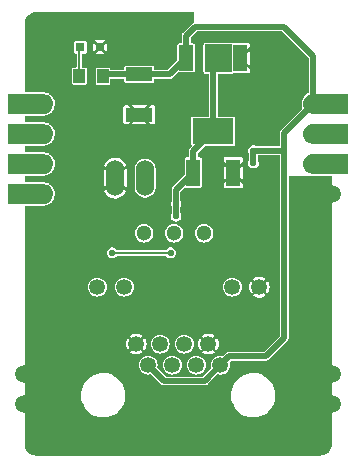
<source format=gbr>
%TF.GenerationSoftware,KiCad,Pcbnew,7.0.1*%
%TF.CreationDate,2023-03-30T17:35:48+09:00*%
%TF.ProjectId,CANFD_module,43414e46-445f-46d6-9f64-756c652e6b69,rev?*%
%TF.SameCoordinates,Original*%
%TF.FileFunction,Copper,L1,Top*%
%TF.FilePolarity,Positive*%
%FSLAX46Y46*%
G04 Gerber Fmt 4.6, Leading zero omitted, Abs format (unit mm)*
G04 Created by KiCad (PCBNEW 7.0.1) date 2023-03-30 17:35:48*
%MOMM*%
%LPD*%
G01*
G04 APERTURE LIST*
%TA.AperFunction,ComponentPad*%
%ADD10C,1.500000*%
%TD*%
%TA.AperFunction,SMDPad,CuDef*%
%ADD11R,1.200000X2.300000*%
%TD*%
%TA.AperFunction,SMDPad,CuDef*%
%ADD12R,1.200000X2.200000*%
%TD*%
%TA.AperFunction,SMDPad,CuDef*%
%ADD13R,3.500000X2.200000*%
%TD*%
%TA.AperFunction,SMDPad,CuDef*%
%ADD14R,1.000000X1.200000*%
%TD*%
%TA.AperFunction,ComponentPad*%
%ADD15C,1.300000*%
%TD*%
%TA.AperFunction,ComponentPad*%
%ADD16C,1.350000*%
%TD*%
%TA.AperFunction,SMDPad,CuDef*%
%ADD17R,0.800000X0.800000*%
%TD*%
%TA.AperFunction,SMDPad,CuDef*%
%ADD18R,2.300000X1.200000*%
%TD*%
%TA.AperFunction,ComponentPad*%
%ADD19O,1.524000X3.048000*%
%TD*%
%TA.AperFunction,ViaPad*%
%ADD20C,0.502400*%
%TD*%
%TA.AperFunction,ViaPad*%
%ADD21C,0.552400*%
%TD*%
%TA.AperFunction,Conductor*%
%ADD22C,0.500000*%
%TD*%
%TA.AperFunction,Conductor*%
%ADD23C,0.200000*%
%TD*%
G04 APERTURE END LIST*
%TA.AperFunction,EtchedComponent*%
%TO.C,JP2*%
G36*
X162874600Y-94857100D02*
G01*
X159923945Y-94857100D01*
X159559344Y-94773882D01*
X159392466Y-94669025D01*
X159255675Y-94532234D01*
X159152751Y-94368433D01*
X159088858Y-94185837D01*
X159066791Y-93989989D01*
X159150818Y-93621844D01*
X159255675Y-93454966D01*
X159392466Y-93318175D01*
X159556267Y-93215251D01*
X159738863Y-93151358D01*
X159927534Y-93130100D01*
X162874600Y-93130100D01*
X162874600Y-94857100D01*
G37*
%TD.AperFunction*%
%TA.AperFunction,EtchedComponent*%
G36*
X162874600Y-97397100D02*
G01*
X159923945Y-97397100D01*
X159559344Y-97313882D01*
X159392466Y-97209025D01*
X159255675Y-97072234D01*
X159152751Y-96908433D01*
X159088858Y-96725837D01*
X159066791Y-96529989D01*
X159150818Y-96161844D01*
X159255675Y-95994966D01*
X159392466Y-95858175D01*
X159556267Y-95755251D01*
X159738863Y-95691358D01*
X159927534Y-95670100D01*
X162874600Y-95670100D01*
X162874600Y-97397100D01*
G37*
%TD.AperFunction*%
%TA.AperFunction,EtchedComponent*%
G36*
X162874600Y-99937100D02*
G01*
X159923945Y-99937100D01*
X159559344Y-99853882D01*
X159392466Y-99749025D01*
X159255675Y-99612234D01*
X159152751Y-99448433D01*
X159088858Y-99265837D01*
X159066791Y-99069989D01*
X159150818Y-98701844D01*
X159255675Y-98534966D01*
X159392466Y-98398175D01*
X159556267Y-98295251D01*
X159738863Y-98231358D01*
X159927534Y-98210100D01*
X162874600Y-98210100D01*
X162874600Y-99937100D01*
G37*
%TD.AperFunction*%
%TA.AperFunction,EtchedComponent*%
%TO.C,JP3*%
G36*
X137442856Y-100833318D02*
G01*
X137609734Y-100938175D01*
X137746525Y-101074966D01*
X137849449Y-101238767D01*
X137913342Y-101421363D01*
X137935409Y-101617211D01*
X137851382Y-101985356D01*
X137746525Y-102152234D01*
X137609734Y-102289025D01*
X137445933Y-102391949D01*
X137263337Y-102455842D01*
X137074666Y-102477100D01*
X134127600Y-102477100D01*
X134127600Y-100750100D01*
X137078255Y-100750100D01*
X137442856Y-100833318D01*
G37*
%TD.AperFunction*%
%TA.AperFunction,EtchedComponent*%
G36*
X137442856Y-98293318D02*
G01*
X137609734Y-98398175D01*
X137746525Y-98534966D01*
X137849449Y-98698767D01*
X137913342Y-98881363D01*
X137935409Y-99077211D01*
X137851382Y-99445356D01*
X137746525Y-99612234D01*
X137609734Y-99749025D01*
X137445933Y-99851949D01*
X137263337Y-99915842D01*
X137074666Y-99937100D01*
X134127600Y-99937100D01*
X134127600Y-98210100D01*
X137078255Y-98210100D01*
X137442856Y-98293318D01*
G37*
%TD.AperFunction*%
%TA.AperFunction,EtchedComponent*%
G36*
X137442856Y-95753318D02*
G01*
X137609734Y-95858175D01*
X137746525Y-95994966D01*
X137849449Y-96158767D01*
X137913342Y-96341363D01*
X137935409Y-96537211D01*
X137851382Y-96905356D01*
X137746525Y-97072234D01*
X137609734Y-97209025D01*
X137445933Y-97311949D01*
X137263337Y-97375842D01*
X137074666Y-97397100D01*
X134127600Y-97397100D01*
X134127600Y-95670100D01*
X137078255Y-95670100D01*
X137442856Y-95753318D01*
G37*
%TD.AperFunction*%
%TA.AperFunction,EtchedComponent*%
G36*
X137442856Y-93213318D02*
G01*
X137609734Y-93318175D01*
X137746525Y-93454966D01*
X137849449Y-93618767D01*
X137913342Y-93801363D01*
X137935409Y-93997211D01*
X137851382Y-94365356D01*
X137746525Y-94532234D01*
X137609734Y-94669025D01*
X137445933Y-94771949D01*
X137263337Y-94835842D01*
X137074666Y-94857100D01*
X134127600Y-94857100D01*
X134127600Y-93130100D01*
X137078255Y-93130100D01*
X137442856Y-93213318D01*
G37*
%TD.AperFunction*%
%TD*%
D10*
%TO.P,JP5,PIN1*%
%TO.N,SGND*%
X137071100Y-119393600D03*
%TO.P,JP5,PIN1_*%
X135461100Y-119393600D03*
%TO.P,JP5,PIN2*%
X137071100Y-116853600D03*
%TO.P,JP5,PIN2_*%
X135461100Y-116853600D03*
%TD*%
D11*
%TO.P,C9,L*%
%TO.N,+3V3*%
X149761100Y-99803600D03*
%TO.P,C9,R*%
%TO.N,SGND*%
X153161100Y-99803600D03*
%TD*%
D10*
%TO.P,JP2,PIN1*%
%TO.N,+5V*%
X159931100Y-93993600D03*
%TO.P,JP2,PIN1_*%
X161541100Y-93993600D03*
%TO.P,JP2,PIN2*%
%TO.N,COM_LED*%
X159931100Y-96533600D03*
%TO.P,JP2,PIN2_*%
X161541100Y-96533600D03*
%TO.P,JP2,PIN3*%
%TO.N,N/C*%
X159931100Y-99073600D03*
%TO.P,JP2,PIN3_*%
X161541100Y-99073600D03*
%TO.P,JP2,PIN4*%
%TO.N,SGND*%
X159931100Y-101613600D03*
%TO.P,JP2,PIN4_*%
X161541100Y-101613600D03*
%TD*%
D12*
%TO.P,U3,GND*%
%TO.N,SGND*%
X153761100Y-90103600D03*
%TO.P,U3,INPUT*%
%TO.N,+5V*%
X149161100Y-90103600D03*
%TO.P,U3,OUTPUT*%
%TO.N,+3V3*%
X151461100Y-90103600D03*
D13*
%TO.P,U3,VOUT*%
X151461100Y-96303600D03*
%TD*%
D14*
%TO.P,R7,LEFT*%
%TO.N,N$1*%
X140122400Y-91643200D03*
%TO.P,R7,RIGHT*%
%TO.N,+5V*%
X142122400Y-91643200D03*
%TD*%
D10*
%TO.P,JP3,PIN1*%
%TO.N,CS*%
X137071100Y-101613600D03*
%TO.P,JP3,PIN1_*%
X135461100Y-101613600D03*
%TO.P,JP3,PIN2*%
%TO.N,MISO*%
X137071100Y-99073600D03*
%TO.P,JP3,PIN2_*%
X135461100Y-99073600D03*
%TO.P,JP3,PIN3*%
%TO.N,MOSI*%
X137071100Y-96533600D03*
%TO.P,JP3,PIN3_*%
X135461100Y-96533600D03*
%TO.P,JP3,PIN4*%
%TO.N,SCK*%
X137071100Y-93993600D03*
%TO.P,JP3,PIN4_*%
X135461100Y-93993600D03*
%TD*%
D15*
%TO.P,SW1,C*%
%TO.N,CAN_L*%
X148161100Y-104953600D03*
%TO.P,SW1,L*%
%TO.N,N/C*%
X150701100Y-104953600D03*
%TO.P,SW1,R*%
%TO.N,N$23*%
X145621100Y-104953600D03*
%TD*%
D16*
%TO.P,RJ45_1,1*%
%TO.N,+5V*%
X152071100Y-116113600D03*
%TO.P,RJ45_1,2*%
%TO.N,SGND*%
X151051100Y-114333600D03*
%TO.P,RJ45_1,3*%
%TO.N,CAN_L*%
X150031100Y-116113600D03*
%TO.P,RJ45_1,4*%
X149011100Y-114333600D03*
%TO.P,RJ45_1,5*%
%TO.N,CAN_H*%
X147991100Y-116113600D03*
%TO.P,RJ45_1,6*%
X146971100Y-114333600D03*
%TO.P,RJ45_1,7*%
%TO.N,+5V*%
X145951100Y-116113600D03*
%TO.P,RJ45_1,8*%
%TO.N,SGND*%
X144931100Y-114333600D03*
%TO.P,RJ45_1,LED1_A*%
%TO.N,N$69*%
X141641100Y-109513600D03*
%TO.P,RJ45_1,LED1_K*%
%TO.N,N$71*%
X143931100Y-109513600D03*
%TO.P,RJ45_1,LED2_A*%
%TO.N,N$51*%
X153071100Y-109513600D03*
%TO.P,RJ45_1,LED2_K*%
%TO.N,SGND*%
X155361100Y-109513600D03*
%TD*%
D10*
%TO.P,JP4,PIN1*%
%TO.N,SGND*%
X159931100Y-116853600D03*
%TO.P,JP4,PIN1_*%
X161541100Y-116853600D03*
%TO.P,JP4,PIN2*%
X159931100Y-119393600D03*
%TO.P,JP4,PIN2_*%
X161541100Y-119393600D03*
%TD*%
D17*
%TO.P,POWER,A*%
%TO.N,N$1*%
X140221100Y-89204800D03*
%TO.P,POWER,K*%
%TO.N,SGND*%
X141871100Y-89204800D03*
%TD*%
D18*
%TO.P,C6,L*%
%TO.N,+5V*%
X145211100Y-91503600D03*
%TO.P,C6,R*%
%TO.N,SGND*%
X145211100Y-94903600D03*
%TD*%
D19*
%TO.P,JP1,1*%
%TO.N,SGND*%
X143154400Y-100279200D03*
%TO.P,JP1,2*%
%TO.N,N$68*%
X145694400Y-100279200D03*
%TD*%
D20*
%TO.N,+3V3*%
X152611100Y-90653600D03*
D21*
X148311100Y-103503600D03*
X148311100Y-102453600D03*
D20*
X152611100Y-89603600D03*
D21*
%TO.N,+5V*%
X154861100Y-99003600D03*
X154861100Y-97953600D03*
D20*
%TO.N,SGND*%
X159161100Y-109003600D03*
X137007600Y-87426800D03*
X145261100Y-108503600D03*
X145261100Y-111903600D03*
X154161100Y-103603600D03*
X148961100Y-96503600D03*
X146961100Y-99003600D03*
X150661100Y-119903600D03*
X137007600Y-91694000D03*
X154561100Y-96403600D03*
X138361100Y-111903600D03*
X139661100Y-106303600D03*
X142138400Y-87477600D03*
X140661100Y-96403600D03*
X148961100Y-91803600D03*
X153261100Y-113703600D03*
X159161100Y-104603600D03*
X159161100Y-113003600D03*
X153561100Y-94503600D03*
X158761100Y-92003600D03*
X146061100Y-119903600D03*
X155561100Y-106503600D03*
X143461100Y-96403600D03*
X151761100Y-98603600D03*
X154461100Y-93003600D03*
X156161100Y-89503600D03*
X152661100Y-93603600D03*
X156461100Y-99203600D03*
X150561100Y-111903600D03*
X149461100Y-109503600D03*
D21*
%TO.N,COM_LED*%
X147861100Y-106603600D03*
X142911100Y-106603600D03*
%TD*%
D22*
%TO.N,+3V3*%
X149761100Y-98003600D02*
X151461100Y-96303600D01*
X151461100Y-90103600D02*
X151461100Y-96303600D01*
X149761100Y-99803600D02*
X148311100Y-101253600D01*
X149761100Y-99803600D02*
X149761100Y-98003600D01*
X148311100Y-101253600D02*
X148311100Y-102453600D01*
X148311100Y-102453600D02*
X148311100Y-103503600D01*
%TO.N,+5V*%
X145951100Y-116113600D02*
X147291100Y-117453600D01*
X149945100Y-87469600D02*
X149161100Y-88253600D01*
X147291100Y-117453600D02*
X150731100Y-117453600D01*
X157461100Y-96463600D02*
X157461100Y-97803600D01*
X157461100Y-97803600D02*
X157461100Y-113803600D01*
X142262000Y-91503600D02*
X142122400Y-91643200D01*
X159931100Y-89939600D02*
X157461100Y-87469600D01*
X159931100Y-93993600D02*
X157461100Y-96463600D01*
X147761100Y-91503600D02*
X145211100Y-91503600D01*
X149161100Y-88253600D02*
X149161100Y-90103600D01*
X154861100Y-97953600D02*
X157311100Y-97953600D01*
X145211100Y-91503600D02*
X142262000Y-91503600D01*
X152831100Y-115353600D02*
X152071100Y-116113600D01*
X157311100Y-97953600D02*
X157461100Y-97803600D01*
X157461100Y-87469600D02*
X149945100Y-87469600D01*
X149161100Y-90103600D02*
X147761100Y-91503600D01*
X159931100Y-93993600D02*
X159931100Y-89939600D01*
X154861100Y-97953600D02*
X154861100Y-99003600D01*
X155911100Y-115353600D02*
X152831100Y-115353600D01*
X157461100Y-113803600D02*
X155911100Y-115353600D01*
X150731100Y-117453600D02*
X152071100Y-116113600D01*
D23*
%TO.N,COM_LED*%
X142911100Y-106603600D02*
X147861100Y-106603600D01*
%TO.N,N$1*%
X140122400Y-89303500D02*
X140221100Y-89204800D01*
X140122400Y-91643200D02*
X140122400Y-89303500D01*
%TD*%
%TA.AperFunction,Conductor*%
%TO.N,SGND*%
G36*
X149849134Y-86239966D02*
G01*
X149860000Y-86266200D01*
X149860000Y-87067848D01*
X149854371Y-87087495D01*
X149839192Y-87101179D01*
X149833570Y-87103927D01*
X149823388Y-87107189D01*
X149820833Y-87107615D01*
X149772964Y-87133520D01*
X149771602Y-87134221D01*
X149722707Y-87158124D01*
X149720874Y-87159958D01*
X149712308Y-87166345D01*
X149710031Y-87167577D01*
X149673175Y-87207612D01*
X149672114Y-87208718D01*
X148924567Y-87956265D01*
X148918626Y-87961089D01*
X148901889Y-87972024D01*
X148879005Y-88001424D01*
X148875967Y-88004865D01*
X148872048Y-88008785D01*
X148858844Y-88027276D01*
X148857930Y-88028502D01*
X148824506Y-88071446D01*
X148823665Y-88073898D01*
X148818774Y-88083401D01*
X148817267Y-88085511D01*
X148801736Y-88137678D01*
X148801269Y-88139137D01*
X148783600Y-88190606D01*
X148783600Y-88193192D01*
X148782058Y-88203776D01*
X148781318Y-88206259D01*
X148783568Y-88260630D01*
X148783600Y-88262163D01*
X148783600Y-88839000D01*
X148772734Y-88865234D01*
X148746500Y-88876100D01*
X148548542Y-88876100D01*
X148511352Y-88883498D01*
X148469177Y-88911677D01*
X148440998Y-88953852D01*
X148433600Y-88991042D01*
X148433600Y-90281867D01*
X148430776Y-90296065D01*
X148422734Y-90308101D01*
X147615600Y-91115234D01*
X147589366Y-91126100D01*
X146525700Y-91126100D01*
X146499466Y-91115234D01*
X146488600Y-91089000D01*
X146488600Y-90891042D01*
X146486125Y-90878600D01*
X146481202Y-90853852D01*
X146464308Y-90828570D01*
X146453022Y-90811677D01*
X146427740Y-90794784D01*
X146410848Y-90783498D01*
X146373658Y-90776100D01*
X144048542Y-90776100D01*
X144011352Y-90783498D01*
X143969177Y-90811677D01*
X143940998Y-90853852D01*
X143933600Y-90891042D01*
X143933600Y-91089000D01*
X143922734Y-91115234D01*
X143896500Y-91126100D01*
X142787000Y-91126100D01*
X142760766Y-91115234D01*
X142749900Y-91089000D01*
X142749900Y-91030642D01*
X142742502Y-90993452D01*
X142725608Y-90968170D01*
X142714322Y-90951277D01*
X142689040Y-90934384D01*
X142672148Y-90923098D01*
X142634958Y-90915700D01*
X141609842Y-90915700D01*
X141572652Y-90923098D01*
X141530477Y-90951277D01*
X141502297Y-90993452D01*
X141502298Y-90993452D01*
X141494900Y-91030642D01*
X141494900Y-92255758D01*
X141502298Y-92292948D01*
X141513584Y-92309840D01*
X141530477Y-92335122D01*
X141547370Y-92346408D01*
X141572652Y-92363302D01*
X141609842Y-92370700D01*
X142634958Y-92370700D01*
X142672148Y-92363302D01*
X142714322Y-92335122D01*
X142742502Y-92292948D01*
X142749900Y-92255758D01*
X142749900Y-91918200D01*
X142760766Y-91891966D01*
X142787000Y-91881100D01*
X143896500Y-91881100D01*
X143922734Y-91891966D01*
X143933600Y-91918200D01*
X143933600Y-92116158D01*
X143940998Y-92153348D01*
X143952284Y-92170240D01*
X143969177Y-92195522D01*
X143986070Y-92206808D01*
X144011352Y-92223702D01*
X144048542Y-92231100D01*
X146373658Y-92231100D01*
X146410848Y-92223702D01*
X146453022Y-92195522D01*
X146481202Y-92153348D01*
X146488600Y-92116158D01*
X146488600Y-91918200D01*
X146499466Y-91891966D01*
X146525700Y-91881100D01*
X147718102Y-91881100D01*
X147725716Y-91881890D01*
X147745283Y-91885993D01*
X147745283Y-91885992D01*
X147745284Y-91885993D01*
X147782252Y-91881385D01*
X147786842Y-91881100D01*
X147792379Y-91881100D01*
X147792381Y-91881100D01*
X147814812Y-91877356D01*
X147816268Y-91877144D01*
X147870303Y-91870410D01*
X147872628Y-91869272D01*
X147882820Y-91866008D01*
X147885369Y-91865583D01*
X147933300Y-91839642D01*
X147934533Y-91839008D01*
X147983489Y-91815076D01*
X147985317Y-91813247D01*
X147993890Y-91806853D01*
X147996171Y-91805620D01*
X148033058Y-91765548D01*
X148034072Y-91764491D01*
X148467949Y-91330614D01*
X148490545Y-91319928D01*
X148503912Y-91323275D01*
X148504114Y-91322262D01*
X148511351Y-91323701D01*
X148511352Y-91323702D01*
X148548542Y-91331100D01*
X149773658Y-91331100D01*
X149810848Y-91323702D01*
X149853022Y-91295522D01*
X149881202Y-91253348D01*
X149888600Y-91216158D01*
X149888600Y-88991042D01*
X149881202Y-88953852D01*
X149861675Y-88924628D01*
X149853022Y-88911677D01*
X149827740Y-88894784D01*
X149810848Y-88883498D01*
X149773658Y-88876100D01*
X149575700Y-88876100D01*
X149549466Y-88865234D01*
X149538600Y-88839000D01*
X149538600Y-88425333D01*
X149541424Y-88411135D01*
X149549466Y-88399099D01*
X150090600Y-87857966D01*
X150116834Y-87847100D01*
X157289367Y-87847100D01*
X157315601Y-87857966D01*
X159542734Y-90085099D01*
X159553600Y-90111333D01*
X159553600Y-93050237D01*
X159548569Y-93068892D01*
X159534840Y-93082487D01*
X159525012Y-93085034D01*
X159525264Y-93085926D01*
X159520131Y-93087376D01*
X159520130Y-93087376D01*
X159520128Y-93087377D01*
X159504131Y-93097428D01*
X159496963Y-93100880D01*
X159486041Y-93108713D01*
X159484160Y-93109977D01*
X159349042Y-93194878D01*
X159337192Y-93199717D01*
X159328781Y-93201547D01*
X159315422Y-93214906D01*
X159309197Y-93219870D01*
X159300294Y-93229935D01*
X159298741Y-93231586D01*
X159185901Y-93344425D01*
X159175426Y-93351778D01*
X159167635Y-93355433D01*
X159157584Y-93371428D01*
X159152618Y-93377656D01*
X159146169Y-93389465D01*
X159145022Y-93391420D01*
X159053182Y-93537582D01*
X159047735Y-93544343D01*
X159034845Y-93556973D01*
X159027446Y-93589387D01*
X159026978Y-93591218D01*
X159017941Y-93623197D01*
X159017974Y-93626316D01*
X159017046Y-93634954D01*
X158946802Y-93942708D01*
X158943893Y-93950887D01*
X158935901Y-93967061D01*
X158935900Y-93967062D01*
X158939620Y-94000078D01*
X158939783Y-94001960D01*
X158941818Y-94035155D01*
X158942881Y-94038096D01*
X158944855Y-94046547D01*
X158958930Y-94171465D01*
X158958148Y-94184240D01*
X158956148Y-94192611D01*
X158956148Y-94192612D01*
X158962387Y-94210443D01*
X158964160Y-94218205D01*
X158964211Y-94218328D01*
X158964212Y-94218330D01*
X158966858Y-94224627D01*
X158969366Y-94230595D01*
X158970180Y-94232713D01*
X159011196Y-94349933D01*
X159012348Y-94370442D01*
X159002412Y-94388420D01*
X157224567Y-96166265D01*
X157218626Y-96171089D01*
X157201889Y-96182024D01*
X157179005Y-96211424D01*
X157175967Y-96214865D01*
X157172048Y-96218785D01*
X157158844Y-96237276D01*
X157157930Y-96238502D01*
X157124506Y-96281446D01*
X157123665Y-96283898D01*
X157118774Y-96293401D01*
X157117267Y-96295511D01*
X157101736Y-96347678D01*
X157101269Y-96349137D01*
X157083600Y-96400606D01*
X157083600Y-96403192D01*
X157082058Y-96413776D01*
X157081318Y-96416259D01*
X157083568Y-96470630D01*
X157083600Y-96472163D01*
X157083600Y-97539000D01*
X157072734Y-97565234D01*
X157046500Y-97576100D01*
X155117863Y-97576100D01*
X155097807Y-97570211D01*
X155050169Y-97539596D01*
X155050166Y-97539595D01*
X154925873Y-97503100D01*
X154925872Y-97503100D01*
X154796328Y-97503100D01*
X154796327Y-97503100D01*
X154672033Y-97539595D01*
X154672031Y-97539595D01*
X154672031Y-97539596D01*
X154638524Y-97561129D01*
X154563050Y-97609633D01*
X154478217Y-97707538D01*
X154424402Y-97825374D01*
X154405966Y-97953599D01*
X154424402Y-98081825D01*
X154480247Y-98204106D01*
X154483600Y-98219518D01*
X154483600Y-98737682D01*
X154480247Y-98753094D01*
X154424402Y-98875374D01*
X154405966Y-99003599D01*
X154424402Y-99131825D01*
X154462807Y-99215919D01*
X154478218Y-99249663D01*
X154563051Y-99347567D01*
X154672031Y-99417604D01*
X154750510Y-99440647D01*
X154796327Y-99454100D01*
X154796328Y-99454100D01*
X154925872Y-99454100D01*
X154925873Y-99454100D01*
X154970889Y-99440882D01*
X155050169Y-99417604D01*
X155159149Y-99347567D01*
X155243982Y-99249663D01*
X155297797Y-99131826D01*
X155316233Y-99003600D01*
X155297797Y-98875374D01*
X155279616Y-98835563D01*
X155241953Y-98753094D01*
X155238600Y-98737682D01*
X155238600Y-98368200D01*
X155249466Y-98341966D01*
X155275700Y-98331100D01*
X157046500Y-98331100D01*
X157072734Y-98341966D01*
X157083600Y-98368200D01*
X157083600Y-113631867D01*
X157080776Y-113646065D01*
X157072734Y-113658101D01*
X155765600Y-114965234D01*
X155739366Y-114976100D01*
X152874098Y-114976100D01*
X152866484Y-114975310D01*
X152846916Y-114971206D01*
X152809949Y-114975815D01*
X152805360Y-114976100D01*
X152799816Y-114976100D01*
X152777413Y-114979837D01*
X152775899Y-114980058D01*
X152721894Y-114986791D01*
X152719569Y-114987928D01*
X152709388Y-114991190D01*
X152706831Y-114991616D01*
X152658964Y-115017520D01*
X152657602Y-115018221D01*
X152608707Y-115042124D01*
X152606874Y-115043958D01*
X152598308Y-115050345D01*
X152596031Y-115051577D01*
X152559175Y-115091612D01*
X152558114Y-115092718D01*
X152321927Y-115328905D01*
X152303949Y-115338841D01*
X152283440Y-115337689D01*
X152250805Y-115326270D01*
X152071100Y-115306022D01*
X151891394Y-115326270D01*
X151720703Y-115385997D01*
X151567586Y-115482207D01*
X151439707Y-115610086D01*
X151343497Y-115763203D01*
X151283770Y-115933894D01*
X151263522Y-116113600D01*
X151283770Y-116293305D01*
X151295189Y-116325940D01*
X151296341Y-116346449D01*
X151286405Y-116364427D01*
X150585600Y-117065234D01*
X150573564Y-117073276D01*
X150559366Y-117076100D01*
X147462833Y-117076100D01*
X147448635Y-117073276D01*
X147436599Y-117065234D01*
X146735793Y-116364427D01*
X146725857Y-116346448D01*
X146727008Y-116325942D01*
X146738430Y-116293303D01*
X146758678Y-116113600D01*
X147183522Y-116113600D01*
X147203770Y-116293305D01*
X147263497Y-116463996D01*
X147359707Y-116617113D01*
X147359710Y-116617117D01*
X147487583Y-116744990D01*
X147487585Y-116744991D01*
X147487586Y-116744992D01*
X147603893Y-116818073D01*
X147640705Y-116841203D01*
X147811397Y-116900930D01*
X147991100Y-116921178D01*
X148170803Y-116900930D01*
X148341495Y-116841203D01*
X148494617Y-116744990D01*
X148622490Y-116617117D01*
X148718703Y-116463995D01*
X148778430Y-116293303D01*
X148798678Y-116113600D01*
X149223522Y-116113600D01*
X149243770Y-116293305D01*
X149303497Y-116463996D01*
X149399707Y-116617113D01*
X149399710Y-116617117D01*
X149527583Y-116744990D01*
X149527585Y-116744991D01*
X149527586Y-116744992D01*
X149643893Y-116818073D01*
X149680705Y-116841203D01*
X149851397Y-116900930D01*
X150031100Y-116921178D01*
X150210803Y-116900930D01*
X150381495Y-116841203D01*
X150534617Y-116744990D01*
X150662490Y-116617117D01*
X150758703Y-116463995D01*
X150818430Y-116293303D01*
X150838678Y-116113600D01*
X150818430Y-115933897D01*
X150758703Y-115763205D01*
X150739026Y-115731890D01*
X150662492Y-115610086D01*
X150662491Y-115610085D01*
X150662490Y-115610083D01*
X150534617Y-115482210D01*
X150534614Y-115482208D01*
X150534613Y-115482207D01*
X150381496Y-115385997D01*
X150210805Y-115326270D01*
X150031100Y-115306022D01*
X149851394Y-115326270D01*
X149680703Y-115385997D01*
X149527586Y-115482207D01*
X149399707Y-115610086D01*
X149303497Y-115763203D01*
X149243770Y-115933894D01*
X149223522Y-116113600D01*
X148798678Y-116113600D01*
X148778430Y-115933897D01*
X148718703Y-115763205D01*
X148699026Y-115731890D01*
X148622492Y-115610086D01*
X148622491Y-115610085D01*
X148622490Y-115610083D01*
X148494617Y-115482210D01*
X148494614Y-115482208D01*
X148494613Y-115482207D01*
X148341496Y-115385997D01*
X148170805Y-115326270D01*
X147991100Y-115306022D01*
X147811394Y-115326270D01*
X147640703Y-115385997D01*
X147487586Y-115482207D01*
X147359707Y-115610086D01*
X147263497Y-115763203D01*
X147203770Y-115933894D01*
X147183522Y-116113600D01*
X146758678Y-116113600D01*
X146738430Y-115933897D01*
X146678703Y-115763205D01*
X146659026Y-115731890D01*
X146582492Y-115610086D01*
X146582491Y-115610085D01*
X146582490Y-115610083D01*
X146454617Y-115482210D01*
X146454614Y-115482208D01*
X146454613Y-115482207D01*
X146301496Y-115385997D01*
X146130805Y-115326270D01*
X145951100Y-115306022D01*
X145771394Y-115326270D01*
X145600703Y-115385997D01*
X145447586Y-115482207D01*
X145319707Y-115610086D01*
X145223497Y-115763203D01*
X145163770Y-115933894D01*
X145143522Y-116113600D01*
X145163770Y-116293305D01*
X145223497Y-116463996D01*
X145319707Y-116617113D01*
X145319710Y-116617117D01*
X145447583Y-116744990D01*
X145447585Y-116744991D01*
X145447586Y-116744992D01*
X145563893Y-116818073D01*
X145600705Y-116841203D01*
X145771397Y-116900930D01*
X145951100Y-116921178D01*
X146130803Y-116900930D01*
X146163442Y-116889508D01*
X146183948Y-116888357D01*
X146201927Y-116898293D01*
X146993763Y-117690129D01*
X146998588Y-117696071D01*
X147009524Y-117712810D01*
X147038916Y-117735686D01*
X147042361Y-117738727D01*
X147046289Y-117742655D01*
X147064778Y-117755856D01*
X147065981Y-117756752D01*
X147092466Y-117777366D01*
X147108943Y-117790191D01*
X147108944Y-117790191D01*
X147108945Y-117790192D01*
X147111390Y-117791031D01*
X147120906Y-117795929D01*
X147123009Y-117797431D01*
X147123010Y-117797431D01*
X147123011Y-117797432D01*
X147175195Y-117812967D01*
X147176605Y-117813419D01*
X147228106Y-117831100D01*
X147230692Y-117831100D01*
X147241276Y-117832642D01*
X147243759Y-117833381D01*
X147243759Y-117833380D01*
X147243760Y-117833381D01*
X147298130Y-117831131D01*
X147299663Y-117831100D01*
X150688102Y-117831100D01*
X150695716Y-117831890D01*
X150715283Y-117835993D01*
X150715283Y-117835992D01*
X150715284Y-117835993D01*
X150752252Y-117831385D01*
X150756842Y-117831100D01*
X150762379Y-117831100D01*
X150762381Y-117831100D01*
X150784812Y-117827356D01*
X150786268Y-117827144D01*
X150840303Y-117820410D01*
X150842628Y-117819272D01*
X150852820Y-117816008D01*
X150855369Y-117815583D01*
X150903300Y-117789642D01*
X150904533Y-117789008D01*
X150953489Y-117765076D01*
X150955317Y-117763247D01*
X150963890Y-117756853D01*
X150966171Y-117755620D01*
X151003058Y-117715548D01*
X151004072Y-117714491D01*
X151820273Y-116898291D01*
X151838250Y-116888357D01*
X151858757Y-116889508D01*
X151891397Y-116900930D01*
X152071100Y-116921178D01*
X152250803Y-116900930D01*
X152421495Y-116841203D01*
X152574617Y-116744990D01*
X152702490Y-116617117D01*
X152798703Y-116463995D01*
X152858430Y-116293303D01*
X152878678Y-116113600D01*
X152858430Y-115933897D01*
X152847008Y-115901257D01*
X152845857Y-115880750D01*
X152855794Y-115862771D01*
X152976601Y-115741966D01*
X153002834Y-115731100D01*
X155868102Y-115731100D01*
X155875716Y-115731890D01*
X155895283Y-115735993D01*
X155895283Y-115735992D01*
X155895284Y-115735993D01*
X155932252Y-115731385D01*
X155936842Y-115731100D01*
X155942379Y-115731100D01*
X155942381Y-115731100D01*
X155964812Y-115727356D01*
X155966268Y-115727144D01*
X156020303Y-115720410D01*
X156022628Y-115719272D01*
X156032820Y-115716008D01*
X156035369Y-115715583D01*
X156083300Y-115689642D01*
X156084533Y-115689008D01*
X156133489Y-115665076D01*
X156135317Y-115663247D01*
X156143890Y-115656853D01*
X156146171Y-115655620D01*
X156183058Y-115615548D01*
X156184072Y-115614491D01*
X157697635Y-114100929D01*
X157703567Y-114096113D01*
X157720309Y-114085176D01*
X157743198Y-114055766D01*
X157746227Y-114052338D01*
X157750152Y-114048414D01*
X157763356Y-114029918D01*
X157764243Y-114028728D01*
X157797692Y-113985755D01*
X157798531Y-113983307D01*
X157803431Y-113973790D01*
X157804932Y-113971689D01*
X157820468Y-113919499D01*
X157820913Y-113918110D01*
X157838600Y-113866594D01*
X157838600Y-113864008D01*
X157840142Y-113853424D01*
X157840881Y-113850940D01*
X157838632Y-113796570D01*
X157838600Y-113795037D01*
X157838600Y-100140700D01*
X157849466Y-100114466D01*
X157875700Y-100103600D01*
X161478500Y-100103600D01*
X161504734Y-100114466D01*
X161515600Y-100140700D01*
X161515600Y-122801978D01*
X161515459Y-122805212D01*
X161501077Y-122969587D01*
X161499954Y-122975955D01*
X161457669Y-123133764D01*
X161455457Y-123139841D01*
X161386415Y-123287904D01*
X161383182Y-123293505D01*
X161289471Y-123427338D01*
X161285314Y-123432292D01*
X161169792Y-123547814D01*
X161164838Y-123551971D01*
X161031005Y-123645682D01*
X161025404Y-123648915D01*
X160877341Y-123717957D01*
X160871264Y-123720169D01*
X160713455Y-123762454D01*
X160707087Y-123763577D01*
X160542712Y-123777959D01*
X160539478Y-123778100D01*
X136462722Y-123778100D01*
X136459488Y-123777959D01*
X136295112Y-123763577D01*
X136288744Y-123762454D01*
X136130935Y-123720169D01*
X136124858Y-123717957D01*
X135976795Y-123648915D01*
X135971194Y-123645682D01*
X135837361Y-123551971D01*
X135832407Y-123547814D01*
X135716885Y-123432292D01*
X135712728Y-123427338D01*
X135619017Y-123293505D01*
X135615784Y-123287904D01*
X135546742Y-123139841D01*
X135544530Y-123133764D01*
X135502245Y-122975955D01*
X135501122Y-122969586D01*
X135486741Y-122805211D01*
X135486600Y-122801978D01*
X135486600Y-118722281D01*
X140271838Y-118722281D01*
X140301863Y-118995166D01*
X140371304Y-119260783D01*
X140478677Y-119513454D01*
X140621693Y-119747793D01*
X140621695Y-119747796D01*
X140797309Y-119958818D01*
X141001777Y-120142023D01*
X141001779Y-120142024D01*
X141230742Y-120293505D01*
X141479319Y-120410033D01*
X141592447Y-120444067D01*
X141742219Y-120489127D01*
X142013831Y-120529100D01*
X142219647Y-120529100D01*
X142219648Y-120529100D01*
X142424906Y-120514077D01*
X142536918Y-120489125D01*
X142692875Y-120454384D01*
X142949298Y-120356311D01*
X143188709Y-120221947D01*
X143406004Y-120054157D01*
X143596554Y-119856516D01*
X143756296Y-119633237D01*
X143881827Y-119389079D01*
X143970470Y-119129246D01*
X144020336Y-118859274D01*
X144025342Y-118722281D01*
X152971838Y-118722281D01*
X153001863Y-118995166D01*
X153071304Y-119260783D01*
X153178677Y-119513454D01*
X153321693Y-119747793D01*
X153321695Y-119747796D01*
X153497309Y-119958818D01*
X153701777Y-120142023D01*
X153701779Y-120142024D01*
X153930742Y-120293505D01*
X154179319Y-120410033D01*
X154292447Y-120444067D01*
X154442219Y-120489127D01*
X154713831Y-120529100D01*
X154919647Y-120529100D01*
X154919648Y-120529100D01*
X155124906Y-120514077D01*
X155236918Y-120489125D01*
X155392875Y-120454384D01*
X155649298Y-120356311D01*
X155888709Y-120221947D01*
X156106004Y-120054157D01*
X156296554Y-119856516D01*
X156456296Y-119633237D01*
X156581827Y-119389079D01*
X156670470Y-119129246D01*
X156720336Y-118859274D01*
X156730362Y-118584920D01*
X156700336Y-118312029D01*
X156630896Y-118046418D01*
X156539517Y-117831385D01*
X156523522Y-117793745D01*
X156380506Y-117559406D01*
X156380505Y-117559404D01*
X156204891Y-117348382D01*
X156000423Y-117165177D01*
X155865783Y-117076100D01*
X155771457Y-117013694D01*
X155522880Y-116897166D01*
X155259984Y-116818074D01*
X155259981Y-116818073D01*
X154988369Y-116778100D01*
X154782553Y-116778100D01*
X154782552Y-116778100D01*
X154577293Y-116793122D01*
X154309326Y-116852815D01*
X154052901Y-116950889D01*
X153813496Y-117085249D01*
X153596190Y-117253047D01*
X153405647Y-117450682D01*
X153245906Y-117673959D01*
X153120372Y-117918123D01*
X153031729Y-118177953D01*
X152981863Y-118447929D01*
X152971838Y-118722281D01*
X144025342Y-118722281D01*
X144030362Y-118584920D01*
X144000336Y-118312029D01*
X143930896Y-118046418D01*
X143839517Y-117831385D01*
X143823522Y-117793745D01*
X143680506Y-117559406D01*
X143680505Y-117559404D01*
X143504891Y-117348382D01*
X143300423Y-117165177D01*
X143165783Y-117076100D01*
X143071457Y-117013694D01*
X142822880Y-116897166D01*
X142559984Y-116818074D01*
X142559981Y-116818073D01*
X142288369Y-116778100D01*
X142082553Y-116778100D01*
X142082552Y-116778100D01*
X141877293Y-116793122D01*
X141609326Y-116852815D01*
X141352901Y-116950889D01*
X141113496Y-117085249D01*
X140896190Y-117253047D01*
X140705647Y-117450682D01*
X140545906Y-117673959D01*
X140420372Y-117918123D01*
X140331729Y-118177953D01*
X140281863Y-118447929D01*
X140271838Y-118722281D01*
X135486600Y-118722281D01*
X135486600Y-115021974D01*
X144385843Y-115021974D01*
X144489979Y-115097634D01*
X144658478Y-115172654D01*
X144838881Y-115211000D01*
X145023319Y-115211000D01*
X145203721Y-115172654D01*
X145372219Y-115097634D01*
X145476355Y-115021974D01*
X145476355Y-115021973D01*
X144931099Y-114476718D01*
X144385843Y-115021974D01*
X135486600Y-115021974D01*
X135486600Y-114333600D01*
X144048867Y-114333600D01*
X144068146Y-114517028D01*
X144125139Y-114692433D01*
X144217360Y-114852166D01*
X144242023Y-114879557D01*
X144787981Y-114333599D01*
X145074218Y-114333599D01*
X145620175Y-114879556D01*
X145644840Y-114852163D01*
X145737060Y-114692433D01*
X145794053Y-114517028D01*
X145813332Y-114333600D01*
X146163522Y-114333600D01*
X146183770Y-114513305D01*
X146243497Y-114683996D01*
X146339707Y-114837113D01*
X146339710Y-114837117D01*
X146467583Y-114964990D01*
X146467585Y-114964991D01*
X146467586Y-114964992D01*
X146603424Y-115050345D01*
X146620705Y-115061203D01*
X146791397Y-115120930D01*
X146971100Y-115141178D01*
X147150803Y-115120930D01*
X147321495Y-115061203D01*
X147474617Y-114964990D01*
X147602490Y-114837117D01*
X147698703Y-114683995D01*
X147758430Y-114513303D01*
X147778678Y-114333600D01*
X148203522Y-114333600D01*
X148223770Y-114513305D01*
X148283497Y-114683996D01*
X148379707Y-114837113D01*
X148379710Y-114837117D01*
X148507583Y-114964990D01*
X148507585Y-114964991D01*
X148507586Y-114964992D01*
X148643424Y-115050345D01*
X148660705Y-115061203D01*
X148831397Y-115120930D01*
X149011100Y-115141178D01*
X149190803Y-115120930D01*
X149361495Y-115061203D01*
X149423928Y-115021974D01*
X150505843Y-115021974D01*
X150609979Y-115097634D01*
X150778478Y-115172654D01*
X150958881Y-115211000D01*
X151143319Y-115211000D01*
X151323721Y-115172654D01*
X151492219Y-115097634D01*
X151596355Y-115021974D01*
X151596355Y-115021973D01*
X151051099Y-114476718D01*
X150505843Y-115021974D01*
X149423928Y-115021974D01*
X149514617Y-114964990D01*
X149642490Y-114837117D01*
X149738703Y-114683995D01*
X149798430Y-114513303D01*
X149818678Y-114333600D01*
X150168867Y-114333600D01*
X150188146Y-114517028D01*
X150245139Y-114692433D01*
X150337360Y-114852166D01*
X150362023Y-114879557D01*
X150907981Y-114333599D01*
X151194218Y-114333599D01*
X151740175Y-114879556D01*
X151764840Y-114852163D01*
X151857060Y-114692433D01*
X151914053Y-114517028D01*
X151933332Y-114333600D01*
X151914053Y-114150171D01*
X151857060Y-113974766D01*
X151764839Y-113815033D01*
X151740175Y-113787642D01*
X151194218Y-114333599D01*
X150907981Y-114333599D01*
X150362023Y-113787641D01*
X150337360Y-113815033D01*
X150245139Y-113974766D01*
X150188146Y-114150171D01*
X150168867Y-114333600D01*
X149818678Y-114333600D01*
X149798430Y-114153897D01*
X149738703Y-113983205D01*
X149733400Y-113974766D01*
X149642492Y-113830086D01*
X149642491Y-113830085D01*
X149642490Y-113830083D01*
X149514617Y-113702210D01*
X149514614Y-113702208D01*
X149514613Y-113702207D01*
X149423925Y-113645224D01*
X150505843Y-113645224D01*
X151051099Y-114190481D01*
X151596356Y-113645225D01*
X151596355Y-113645224D01*
X151492216Y-113569563D01*
X151323721Y-113494545D01*
X151143319Y-113456200D01*
X150958881Y-113456200D01*
X150778478Y-113494545D01*
X150609981Y-113569565D01*
X150505843Y-113645224D01*
X149423925Y-113645224D01*
X149361496Y-113605997D01*
X149190805Y-113546270D01*
X149011100Y-113526022D01*
X148831394Y-113546270D01*
X148660703Y-113605997D01*
X148507586Y-113702207D01*
X148379707Y-113830086D01*
X148283497Y-113983203D01*
X148223770Y-114153894D01*
X148203522Y-114333600D01*
X147778678Y-114333600D01*
X147758430Y-114153897D01*
X147698703Y-113983205D01*
X147693400Y-113974766D01*
X147602492Y-113830086D01*
X147602491Y-113830085D01*
X147602490Y-113830083D01*
X147474617Y-113702210D01*
X147474614Y-113702208D01*
X147474613Y-113702207D01*
X147321496Y-113605997D01*
X147150805Y-113546270D01*
X146971100Y-113526022D01*
X146791394Y-113546270D01*
X146620703Y-113605997D01*
X146467586Y-113702207D01*
X146339707Y-113830086D01*
X146243497Y-113983203D01*
X146183770Y-114153894D01*
X146163522Y-114333600D01*
X145813332Y-114333600D01*
X145794053Y-114150171D01*
X145737060Y-113974766D01*
X145644839Y-113815033D01*
X145620175Y-113787642D01*
X145074218Y-114333599D01*
X144787981Y-114333599D01*
X144242023Y-113787641D01*
X144217360Y-113815033D01*
X144125139Y-113974766D01*
X144068146Y-114150171D01*
X144048867Y-114333600D01*
X135486600Y-114333600D01*
X135486600Y-113645224D01*
X144385843Y-113645224D01*
X144931099Y-114190481D01*
X145476356Y-113645225D01*
X145476355Y-113645224D01*
X145372216Y-113569563D01*
X145203721Y-113494545D01*
X145023319Y-113456200D01*
X144838881Y-113456200D01*
X144658478Y-113494545D01*
X144489981Y-113569565D01*
X144385843Y-113645224D01*
X135486600Y-113645224D01*
X135486600Y-109513600D01*
X140833522Y-109513600D01*
X140853770Y-109693305D01*
X140913497Y-109863996D01*
X141009707Y-110017113D01*
X141009710Y-110017117D01*
X141137583Y-110144990D01*
X141290705Y-110241203D01*
X141461397Y-110300930D01*
X141641100Y-110321178D01*
X141820803Y-110300930D01*
X141991495Y-110241203D01*
X142144617Y-110144990D01*
X142272490Y-110017117D01*
X142368703Y-109863995D01*
X142428430Y-109693303D01*
X142448678Y-109513600D01*
X143123522Y-109513600D01*
X143143770Y-109693305D01*
X143203497Y-109863996D01*
X143299707Y-110017113D01*
X143299710Y-110017117D01*
X143427583Y-110144990D01*
X143580705Y-110241203D01*
X143751397Y-110300930D01*
X143931100Y-110321178D01*
X144110803Y-110300930D01*
X144281495Y-110241203D01*
X144434617Y-110144990D01*
X144562490Y-110017117D01*
X144658703Y-109863995D01*
X144718430Y-109693303D01*
X144738678Y-109513600D01*
X152263522Y-109513600D01*
X152283770Y-109693305D01*
X152343497Y-109863996D01*
X152439707Y-110017113D01*
X152439710Y-110017117D01*
X152567583Y-110144990D01*
X152720705Y-110241203D01*
X152891397Y-110300930D01*
X153071100Y-110321178D01*
X153250803Y-110300930D01*
X153421495Y-110241203D01*
X153483928Y-110201974D01*
X154815843Y-110201974D01*
X154919979Y-110277634D01*
X155088478Y-110352654D01*
X155268881Y-110391000D01*
X155453319Y-110391000D01*
X155633721Y-110352654D01*
X155802219Y-110277634D01*
X155906355Y-110201974D01*
X155906355Y-110201973D01*
X155361099Y-109656718D01*
X154815843Y-110201974D01*
X153483928Y-110201974D01*
X153574617Y-110144990D01*
X153702490Y-110017117D01*
X153798703Y-109863995D01*
X153858430Y-109693303D01*
X153878678Y-109513600D01*
X154478867Y-109513600D01*
X154498146Y-109697028D01*
X154555139Y-109872433D01*
X154647360Y-110032166D01*
X154672023Y-110059557D01*
X155217981Y-109513599D01*
X155504218Y-109513599D01*
X156050175Y-110059556D01*
X156074840Y-110032163D01*
X156167060Y-109872433D01*
X156224053Y-109697028D01*
X156243332Y-109513600D01*
X156224053Y-109330171D01*
X156167060Y-109154766D01*
X156074839Y-108995033D01*
X156050175Y-108967642D01*
X155504218Y-109513599D01*
X155217981Y-109513599D01*
X154672023Y-108967641D01*
X154647360Y-108995033D01*
X154555139Y-109154766D01*
X154498146Y-109330171D01*
X154478867Y-109513600D01*
X153878678Y-109513600D01*
X153858430Y-109333897D01*
X153798703Y-109163205D01*
X153793400Y-109154766D01*
X153702492Y-109010086D01*
X153702491Y-109010085D01*
X153702490Y-109010083D01*
X153574617Y-108882210D01*
X153574614Y-108882208D01*
X153574613Y-108882207D01*
X153483925Y-108825224D01*
X154815843Y-108825224D01*
X155361099Y-109370481D01*
X155906356Y-108825225D01*
X155906355Y-108825224D01*
X155802216Y-108749563D01*
X155633721Y-108674545D01*
X155453319Y-108636200D01*
X155268881Y-108636200D01*
X155088478Y-108674545D01*
X154919981Y-108749565D01*
X154815843Y-108825224D01*
X153483925Y-108825224D01*
X153421496Y-108785997D01*
X153250805Y-108726270D01*
X153131001Y-108712771D01*
X153071100Y-108706022D01*
X153071099Y-108706022D01*
X152891394Y-108726270D01*
X152720703Y-108785997D01*
X152567586Y-108882207D01*
X152439707Y-109010086D01*
X152343497Y-109163203D01*
X152283770Y-109333894D01*
X152263522Y-109513600D01*
X144738678Y-109513600D01*
X144718430Y-109333897D01*
X144658703Y-109163205D01*
X144653400Y-109154766D01*
X144562492Y-109010086D01*
X144562491Y-109010085D01*
X144562490Y-109010083D01*
X144434617Y-108882210D01*
X144434614Y-108882208D01*
X144434613Y-108882207D01*
X144281496Y-108785997D01*
X144110805Y-108726270D01*
X143991001Y-108712771D01*
X143931100Y-108706022D01*
X143931099Y-108706022D01*
X143751394Y-108726270D01*
X143580703Y-108785997D01*
X143427586Y-108882207D01*
X143299707Y-109010086D01*
X143203497Y-109163203D01*
X143143770Y-109333894D01*
X143123522Y-109513600D01*
X142448678Y-109513600D01*
X142428430Y-109333897D01*
X142368703Y-109163205D01*
X142363400Y-109154766D01*
X142272492Y-109010086D01*
X142272491Y-109010085D01*
X142272490Y-109010083D01*
X142144617Y-108882210D01*
X142144614Y-108882208D01*
X142144613Y-108882207D01*
X141991496Y-108785997D01*
X141820805Y-108726270D01*
X141701001Y-108712771D01*
X141641100Y-108706022D01*
X141641099Y-108706022D01*
X141461394Y-108726270D01*
X141290703Y-108785997D01*
X141137586Y-108882207D01*
X141009707Y-109010086D01*
X140913497Y-109163203D01*
X140853770Y-109333894D01*
X140833522Y-109513600D01*
X135486600Y-109513600D01*
X135486600Y-106603599D01*
X142455966Y-106603599D01*
X142474402Y-106731825D01*
X142519740Y-106831100D01*
X142528218Y-106849663D01*
X142613051Y-106947567D01*
X142722031Y-107017604D01*
X142804895Y-107041934D01*
X142846327Y-107054100D01*
X142846328Y-107054100D01*
X142975872Y-107054100D01*
X142975873Y-107054100D01*
X143006946Y-107044975D01*
X143100169Y-107017604D01*
X143209149Y-106947567D01*
X143293982Y-106849663D01*
X143293982Y-106849660D01*
X143297474Y-106845632D01*
X143298205Y-106846265D01*
X143306247Y-106836988D01*
X143326302Y-106831100D01*
X147445898Y-106831100D01*
X147465953Y-106836988D01*
X147473994Y-106846265D01*
X147474726Y-106845632D01*
X147478217Y-106849661D01*
X147478218Y-106849663D01*
X147563051Y-106947567D01*
X147672031Y-107017604D01*
X147754895Y-107041934D01*
X147796327Y-107054100D01*
X147796328Y-107054100D01*
X147925872Y-107054100D01*
X147925873Y-107054100D01*
X147956946Y-107044975D01*
X148050169Y-107017604D01*
X148159149Y-106947567D01*
X148243982Y-106849663D01*
X148297797Y-106731826D01*
X148316233Y-106603600D01*
X148297797Y-106475374D01*
X148243982Y-106357537D01*
X148159149Y-106259633D01*
X148050169Y-106189596D01*
X148050166Y-106189595D01*
X147925873Y-106153100D01*
X147925872Y-106153100D01*
X147796328Y-106153100D01*
X147796327Y-106153100D01*
X147672033Y-106189595D01*
X147563050Y-106259633D01*
X147514730Y-106315399D01*
X147478218Y-106357537D01*
X147478217Y-106357538D01*
X147474726Y-106361568D01*
X147473994Y-106360934D01*
X147465953Y-106370212D01*
X147445898Y-106376100D01*
X143326302Y-106376100D01*
X143306247Y-106370212D01*
X143298205Y-106360934D01*
X143297474Y-106361568D01*
X143293982Y-106357538D01*
X143293982Y-106357537D01*
X143209149Y-106259633D01*
X143100169Y-106189596D01*
X143100166Y-106189595D01*
X142975873Y-106153100D01*
X142975872Y-106153100D01*
X142846328Y-106153100D01*
X142846327Y-106153100D01*
X142722033Y-106189595D01*
X142613050Y-106259633D01*
X142528217Y-106357538D01*
X142474402Y-106475374D01*
X142455966Y-106603599D01*
X135486600Y-106603599D01*
X135486600Y-104953600D01*
X144838680Y-104953600D01*
X144858297Y-105127705D01*
X144916164Y-105293079D01*
X145009379Y-105441431D01*
X145133269Y-105565321D01*
X145281621Y-105658536D01*
X145446995Y-105716403D01*
X145621100Y-105736020D01*
X145795205Y-105716403D01*
X145960579Y-105658536D01*
X146108931Y-105565321D01*
X146232821Y-105441431D01*
X146326036Y-105293079D01*
X146383903Y-105127705D01*
X146403520Y-104953600D01*
X147378680Y-104953600D01*
X147398297Y-105127705D01*
X147456164Y-105293079D01*
X147549379Y-105441431D01*
X147673269Y-105565321D01*
X147821621Y-105658536D01*
X147986995Y-105716403D01*
X148161100Y-105736020D01*
X148335205Y-105716403D01*
X148500579Y-105658536D01*
X148648931Y-105565321D01*
X148772821Y-105441431D01*
X148866036Y-105293079D01*
X148923903Y-105127705D01*
X148943520Y-104953600D01*
X149918680Y-104953600D01*
X149938297Y-105127705D01*
X149996164Y-105293079D01*
X150089379Y-105441431D01*
X150213269Y-105565321D01*
X150361621Y-105658536D01*
X150526995Y-105716403D01*
X150701100Y-105736020D01*
X150875205Y-105716403D01*
X151040579Y-105658536D01*
X151188931Y-105565321D01*
X151312821Y-105441431D01*
X151406036Y-105293079D01*
X151463903Y-105127705D01*
X151483520Y-104953600D01*
X151463903Y-104779495D01*
X151406036Y-104614121D01*
X151312821Y-104465769D01*
X151188931Y-104341879D01*
X151188930Y-104341878D01*
X151133792Y-104307233D01*
X151040579Y-104248664D01*
X150875205Y-104190797D01*
X150701100Y-104171180D01*
X150526994Y-104190797D01*
X150361621Y-104248664D01*
X150213269Y-104341878D01*
X150089378Y-104465769D01*
X149996163Y-104614121D01*
X149996164Y-104614121D01*
X149938297Y-104779495D01*
X149918680Y-104953600D01*
X148943520Y-104953600D01*
X148923903Y-104779495D01*
X148866036Y-104614121D01*
X148772821Y-104465769D01*
X148648931Y-104341879D01*
X148648930Y-104341878D01*
X148593792Y-104307233D01*
X148500579Y-104248664D01*
X148335205Y-104190797D01*
X148161100Y-104171180D01*
X147986994Y-104190797D01*
X147821621Y-104248664D01*
X147673269Y-104341878D01*
X147549378Y-104465769D01*
X147456163Y-104614121D01*
X147456164Y-104614121D01*
X147398297Y-104779495D01*
X147378680Y-104953600D01*
X146403520Y-104953600D01*
X146383903Y-104779495D01*
X146326036Y-104614121D01*
X146232821Y-104465769D01*
X146108931Y-104341879D01*
X146108930Y-104341878D01*
X146053792Y-104307233D01*
X145960579Y-104248664D01*
X145795205Y-104190797D01*
X145621100Y-104171180D01*
X145446994Y-104190797D01*
X145281621Y-104248664D01*
X145133269Y-104341878D01*
X145009378Y-104465769D01*
X144916163Y-104614121D01*
X144916164Y-104614121D01*
X144858297Y-104779495D01*
X144838680Y-104953600D01*
X135486600Y-104953600D01*
X135486600Y-103503600D01*
X147855966Y-103503600D01*
X147874402Y-103631825D01*
X147928217Y-103749661D01*
X147928218Y-103749663D01*
X148013051Y-103847567D01*
X148122031Y-103917604D01*
X148204895Y-103941934D01*
X148246327Y-103954100D01*
X148246328Y-103954100D01*
X148375872Y-103954100D01*
X148375873Y-103954100D01*
X148406946Y-103944975D01*
X148500169Y-103917604D01*
X148609149Y-103847567D01*
X148693982Y-103749663D01*
X148747797Y-103631826D01*
X148766233Y-103503600D01*
X148747797Y-103375374D01*
X148693982Y-103257537D01*
X148691953Y-103253094D01*
X148688600Y-103237682D01*
X148688600Y-102719518D01*
X148691953Y-102704106D01*
X148735848Y-102607990D01*
X148747797Y-102581826D01*
X148766233Y-102453600D01*
X148747797Y-102325374D01*
X148714181Y-102251767D01*
X148691953Y-102203094D01*
X148688600Y-102187682D01*
X148688600Y-101425333D01*
X148699466Y-101399099D01*
X148837935Y-101260630D01*
X149037977Y-101060587D01*
X149060574Y-101049901D01*
X149084821Y-101055974D01*
X149111352Y-101073702D01*
X149148542Y-101081100D01*
X150373658Y-101081100D01*
X150410848Y-101073702D01*
X150453022Y-101045522D01*
X150481202Y-101003348D01*
X150487133Y-100973533D01*
X152358700Y-100973533D01*
X152370443Y-101032571D01*
X152415177Y-101099522D01*
X152482127Y-101144255D01*
X152541166Y-101155999D01*
X153781033Y-101155999D01*
X153840071Y-101144256D01*
X153907022Y-101099522D01*
X153951755Y-101032572D01*
X153963499Y-100973533D01*
X153963499Y-100749118D01*
X153161099Y-99946718D01*
X152358700Y-100749117D01*
X152358700Y-100973533D01*
X150487133Y-100973533D01*
X150488600Y-100966158D01*
X150488600Y-99144319D01*
X152358700Y-99144319D01*
X152358700Y-100462879D01*
X153017980Y-99803599D01*
X153304218Y-99803599D01*
X153963499Y-100462880D01*
X153963499Y-99144318D01*
X153304218Y-99803599D01*
X153017980Y-99803599D01*
X152358700Y-99144319D01*
X150488600Y-99144319D01*
X150488600Y-98858081D01*
X152358700Y-98858081D01*
X153161099Y-99660480D01*
X153963499Y-98858081D01*
X153963499Y-98633666D01*
X153951756Y-98574628D01*
X153907022Y-98507677D01*
X153840072Y-98462944D01*
X153781033Y-98451200D01*
X152541166Y-98451200D01*
X152482128Y-98462943D01*
X152415177Y-98507677D01*
X152370444Y-98574627D01*
X152358700Y-98633667D01*
X152358700Y-98858081D01*
X150488600Y-98858081D01*
X150488600Y-98641042D01*
X150481202Y-98603852D01*
X150461674Y-98574627D01*
X150453022Y-98561677D01*
X150427740Y-98544784D01*
X150410848Y-98533498D01*
X150373658Y-98526100D01*
X150175700Y-98526100D01*
X150149466Y-98515234D01*
X150138600Y-98489000D01*
X150138600Y-98175333D01*
X150149466Y-98149099D01*
X150756599Y-97541966D01*
X150782833Y-97531100D01*
X153223658Y-97531100D01*
X153260848Y-97523702D01*
X153303022Y-97495522D01*
X153331202Y-97453348D01*
X153338600Y-97416158D01*
X153338600Y-95191042D01*
X153331202Y-95153852D01*
X153314308Y-95128570D01*
X153303022Y-95111677D01*
X153277740Y-95094784D01*
X153260848Y-95083498D01*
X153223658Y-95076100D01*
X151875700Y-95076100D01*
X151849466Y-95065234D01*
X151838600Y-95039000D01*
X151838600Y-91473200D01*
X151849466Y-91446966D01*
X151875700Y-91436100D01*
X153029673Y-91436100D01*
X153029675Y-91436100D01*
X153076350Y-91427607D01*
X153092174Y-91421651D01*
X153111711Y-91409940D01*
X153138026Y-91405375D01*
X153141166Y-91405999D01*
X154381033Y-91405999D01*
X154440071Y-91394256D01*
X154507022Y-91349522D01*
X154551755Y-91282572D01*
X154563499Y-91223533D01*
X154563499Y-91049117D01*
X153644216Y-90129834D01*
X153633350Y-90103600D01*
X153633350Y-90103599D01*
X153904218Y-90103599D01*
X154563499Y-90762880D01*
X154563499Y-89444318D01*
X153904218Y-90103599D01*
X153633350Y-90103599D01*
X153644216Y-90077366D01*
X153761100Y-89960482D01*
X154563499Y-89158081D01*
X154563499Y-88983666D01*
X154551756Y-88924628D01*
X154507022Y-88857677D01*
X154440072Y-88812944D01*
X154381033Y-88801200D01*
X153141166Y-88801200D01*
X153082128Y-88812943D01*
X153071259Y-88820205D01*
X153045205Y-88826054D01*
X153011807Y-88821100D01*
X153011804Y-88821100D01*
X150785100Y-88821100D01*
X150785098Y-88821100D01*
X150734398Y-88831183D01*
X150717427Y-88838212D01*
X150674436Y-88866936D01*
X150645712Y-88909927D01*
X150638683Y-88926898D01*
X150628600Y-88977598D01*
X150628600Y-91279602D01*
X150638683Y-91330301D01*
X150645712Y-91347272D01*
X150674436Y-91390263D01*
X150717427Y-91418987D01*
X150734398Y-91426016D01*
X150785098Y-91436100D01*
X150785100Y-91436100D01*
X151046500Y-91436100D01*
X151072734Y-91446966D01*
X151083600Y-91473200D01*
X151083600Y-95039000D01*
X151072734Y-95065234D01*
X151046500Y-95076100D01*
X149698542Y-95076100D01*
X149661352Y-95083498D01*
X149619177Y-95111677D01*
X149590997Y-95153852D01*
X149590998Y-95153852D01*
X149583600Y-95191042D01*
X149583600Y-97416158D01*
X149590998Y-97453348D01*
X149601418Y-97468942D01*
X149619177Y-97495522D01*
X149634511Y-97505767D01*
X149651207Y-97516923D01*
X149664871Y-97533572D01*
X149666982Y-97555008D01*
X149656829Y-97574004D01*
X149524568Y-97706264D01*
X149518628Y-97711087D01*
X149501890Y-97722023D01*
X149479005Y-97751425D01*
X149475970Y-97754862D01*
X149472047Y-97758786D01*
X149472044Y-97758790D01*
X149458844Y-97777276D01*
X149457930Y-97778502D01*
X149424506Y-97821446D01*
X149423665Y-97823898D01*
X149418774Y-97833401D01*
X149417267Y-97835511D01*
X149401736Y-97887678D01*
X149401269Y-97889137D01*
X149383600Y-97940606D01*
X149383600Y-97943192D01*
X149382058Y-97953776D01*
X149381318Y-97956259D01*
X149383568Y-98010630D01*
X149383600Y-98012163D01*
X149383600Y-98489000D01*
X149372734Y-98515234D01*
X149346500Y-98526100D01*
X149148542Y-98526100D01*
X149111352Y-98533498D01*
X149069177Y-98561677D01*
X149040998Y-98603852D01*
X149033600Y-98641042D01*
X149033600Y-99981866D01*
X149030776Y-99996064D01*
X149022734Y-100008100D01*
X148074567Y-100956265D01*
X148068626Y-100961089D01*
X148051889Y-100972024D01*
X148029005Y-101001424D01*
X148025967Y-101004865D01*
X148022048Y-101008785D01*
X148008844Y-101027276D01*
X148007930Y-101028502D01*
X147974506Y-101071446D01*
X147973665Y-101073898D01*
X147968774Y-101083401D01*
X147967267Y-101085511D01*
X147951736Y-101137678D01*
X147951269Y-101139137D01*
X147933600Y-101190606D01*
X147933600Y-101193192D01*
X147932058Y-101203776D01*
X147931318Y-101206259D01*
X147933568Y-101260630D01*
X147933600Y-101262163D01*
X147933600Y-102187682D01*
X147930247Y-102203094D01*
X147874402Y-102325374D01*
X147855966Y-102453599D01*
X147874402Y-102581825D01*
X147930247Y-102704106D01*
X147933600Y-102719518D01*
X147933600Y-103237682D01*
X147930247Y-103253094D01*
X147874402Y-103375374D01*
X147855966Y-103503600D01*
X135486600Y-103503600D01*
X135486600Y-102641700D01*
X135497466Y-102615466D01*
X135523700Y-102604600D01*
X137036213Y-102604600D01*
X137047685Y-102607280D01*
X137051738Y-102607989D01*
X137051740Y-102607990D01*
X137079759Y-102604832D01*
X137083913Y-102604600D01*
X137092996Y-102604600D01*
X137092999Y-102604600D01*
X137096865Y-102603464D01*
X137103146Y-102602197D01*
X137248965Y-102585767D01*
X137261739Y-102586550D01*
X137270111Y-102588552D01*
X137287944Y-102582311D01*
X137295700Y-102580541D01*
X137295824Y-102580488D01*
X137295830Y-102580488D01*
X137308126Y-102575320D01*
X137310171Y-102574533D01*
X137460831Y-102521815D01*
X137473459Y-102519736D01*
X137482069Y-102519824D01*
X137498066Y-102509770D01*
X137505230Y-102506322D01*
X137505343Y-102506240D01*
X137505348Y-102506239D01*
X137516169Y-102498476D01*
X137518016Y-102497235D01*
X137653157Y-102412318D01*
X137665007Y-102407482D01*
X137673418Y-102405653D01*
X137686776Y-102392293D01*
X137692995Y-102387335D01*
X137693087Y-102387229D01*
X137693091Y-102387228D01*
X137701905Y-102377261D01*
X137703431Y-102375638D01*
X137816299Y-102262771D01*
X137826774Y-102255420D01*
X137834564Y-102251767D01*
X137844615Y-102235769D01*
X137849577Y-102229549D01*
X137849641Y-102229430D01*
X137849645Y-102229427D01*
X137856031Y-102217731D01*
X137857161Y-102215802D01*
X137949025Y-102069602D01*
X137954457Y-102062861D01*
X137967355Y-102050226D01*
X137974755Y-102017799D01*
X137975206Y-102016029D01*
X137984258Y-101984001D01*
X137984256Y-101983997D01*
X137984225Y-101980882D01*
X137985152Y-101972247D01*
X138055396Y-101664489D01*
X138058306Y-101656309D01*
X138066299Y-101640137D01*
X138062577Y-101607107D01*
X138062414Y-101605233D01*
X138060381Y-101572045D01*
X138060380Y-101572043D01*
X138059317Y-101569101D01*
X138057342Y-101560651D01*
X138043268Y-101435732D01*
X138044052Y-101422956D01*
X138046052Y-101414589D01*
X138039813Y-101396759D01*
X138038042Y-101388999D01*
X138032833Y-101376603D01*
X138032018Y-101374483D01*
X138019772Y-101339486D01*
X142237231Y-101339486D01*
X142263585Y-101423476D01*
X142358772Y-101594971D01*
X142486533Y-101743794D01*
X142641634Y-101863852D01*
X142817732Y-101950233D01*
X143007613Y-101999395D01*
X143203497Y-102009329D01*
X143397373Y-101979629D01*
X143581306Y-101911507D01*
X143747760Y-101807756D01*
X143889922Y-101672621D01*
X144001970Y-101511638D01*
X144074560Y-101342479D01*
X143154399Y-100422318D01*
X142237231Y-101339485D01*
X142237231Y-101339486D01*
X138019772Y-101339486D01*
X137979316Y-101223868D01*
X137977236Y-101211237D01*
X137977324Y-101202631D01*
X137967270Y-101186632D01*
X137963822Y-101179467D01*
X137955991Y-101168549D01*
X137954725Y-101166665D01*
X137913138Y-101100481D01*
X137869818Y-101031539D01*
X137864981Y-101019688D01*
X137863153Y-101011282D01*
X137849793Y-100997922D01*
X137844833Y-100991701D01*
X137834772Y-100982802D01*
X137833117Y-100981246D01*
X137720274Y-100868402D01*
X137712920Y-100857924D01*
X137709267Y-100850136D01*
X137693272Y-100840085D01*
X137687040Y-100835116D01*
X137675228Y-100828665D01*
X137673273Y-100827519D01*
X137527104Y-100735674D01*
X137520355Y-100730235D01*
X137507725Y-100717345D01*
X137507724Y-100717344D01*
X137475316Y-100709947D01*
X137473484Y-100709479D01*
X137441499Y-100700441D01*
X137438370Y-100700473D01*
X137429741Y-100699545D01*
X137134731Y-100632210D01*
X137122931Y-100627252D01*
X137115692Y-100622600D01*
X137096803Y-100622600D01*
X137088891Y-100621708D01*
X137075469Y-100622531D01*
X137073200Y-100622600D01*
X135523700Y-100622600D01*
X135497466Y-100611734D01*
X135486600Y-100585500D01*
X135486600Y-100101700D01*
X135497466Y-100075466D01*
X135523700Y-100064600D01*
X137036213Y-100064600D01*
X137047685Y-100067280D01*
X137051738Y-100067989D01*
X137051740Y-100067990D01*
X137079759Y-100064832D01*
X137083913Y-100064600D01*
X137092996Y-100064600D01*
X137092999Y-100064600D01*
X137096865Y-100063464D01*
X137103146Y-100062197D01*
X137248965Y-100045767D01*
X137261739Y-100046550D01*
X137270111Y-100048552D01*
X137287944Y-100042311D01*
X137295700Y-100040541D01*
X137295824Y-100040488D01*
X137295830Y-100040488D01*
X137308126Y-100035320D01*
X137310171Y-100034533D01*
X137460831Y-99981815D01*
X137473459Y-99979736D01*
X137482069Y-99979824D01*
X137498066Y-99969770D01*
X137505230Y-99966322D01*
X137505343Y-99966240D01*
X137505348Y-99966239D01*
X137516169Y-99958476D01*
X137518016Y-99957235D01*
X137653157Y-99872318D01*
X137665007Y-99867482D01*
X137673418Y-99865653D01*
X137686776Y-99852293D01*
X137692995Y-99847335D01*
X137693087Y-99847229D01*
X137693091Y-99847228D01*
X137701905Y-99837261D01*
X137703431Y-99835638D01*
X137816299Y-99722771D01*
X137826774Y-99715420D01*
X137834564Y-99711767D01*
X137844615Y-99695769D01*
X137849577Y-99689549D01*
X137849641Y-99689430D01*
X137849645Y-99689427D01*
X137856031Y-99677731D01*
X137857161Y-99675802D01*
X137949025Y-99529602D01*
X137954457Y-99522861D01*
X137967355Y-99510226D01*
X137974755Y-99477799D01*
X137975206Y-99476029D01*
X137980324Y-99457919D01*
X142190000Y-99457919D01*
X142190000Y-101090115D01*
X142190955Y-101099524D01*
X143011280Y-100279199D01*
X143297518Y-100279199D01*
X144118800Y-101100481D01*
X144118800Y-101087820D01*
X144804900Y-101087820D01*
X144810217Y-101138406D01*
X144819545Y-101227157D01*
X144875412Y-101399099D01*
X144877325Y-101404985D01*
X144970815Y-101566915D01*
X145095930Y-101705869D01*
X145247200Y-101815773D01*
X145418015Y-101891825D01*
X145418016Y-101891825D01*
X145418018Y-101891826D01*
X145600908Y-101930700D01*
X145600910Y-101930700D01*
X145787890Y-101930700D01*
X145787892Y-101930700D01*
X145970781Y-101891826D01*
X145970781Y-101891825D01*
X145970785Y-101891825D01*
X146141600Y-101815773D01*
X146292870Y-101705869D01*
X146417985Y-101566915D01*
X146511475Y-101404985D01*
X146569255Y-101227156D01*
X146583900Y-101087820D01*
X146583900Y-99470580D01*
X146569255Y-99331244D01*
X146511475Y-99153415D01*
X146417985Y-98991485D01*
X146292870Y-98852531D01*
X146141600Y-98742627D01*
X146141599Y-98742626D01*
X145970781Y-98666573D01*
X145787892Y-98627700D01*
X145787890Y-98627700D01*
X145600910Y-98627700D01*
X145600908Y-98627700D01*
X145418018Y-98666573D01*
X145247200Y-98742626D01*
X145095930Y-98852531D01*
X144970815Y-98991485D01*
X144877324Y-99153416D01*
X144819545Y-99331242D01*
X144819544Y-99331244D01*
X144819545Y-99331244D01*
X144804900Y-99470580D01*
X144804900Y-101087820D01*
X144118800Y-101087820D01*
X144118800Y-99468290D01*
X144117842Y-99458875D01*
X143297518Y-100279199D01*
X143011280Y-100279199D01*
X142190000Y-99457919D01*
X137980324Y-99457919D01*
X137984258Y-99444001D01*
X137984256Y-99443997D01*
X137984225Y-99440882D01*
X137985152Y-99432247D01*
X138034528Y-99215919D01*
X142234238Y-99215919D01*
X143154400Y-100136081D01*
X144071567Y-99218913D01*
X144071567Y-99218912D01*
X144045214Y-99134923D01*
X143950027Y-98963428D01*
X143822266Y-98814605D01*
X143667165Y-98694547D01*
X143491067Y-98608166D01*
X143301186Y-98559004D01*
X143105302Y-98549070D01*
X142911426Y-98578770D01*
X142727493Y-98646892D01*
X142561039Y-98750643D01*
X142418877Y-98885778D01*
X142306831Y-99046759D01*
X142234238Y-99215919D01*
X138034528Y-99215919D01*
X138055396Y-99124489D01*
X138058306Y-99116309D01*
X138066299Y-99100137D01*
X138062577Y-99067107D01*
X138062414Y-99065233D01*
X138061282Y-99046759D01*
X138060381Y-99032045D01*
X138060380Y-99032043D01*
X138059317Y-99029101D01*
X138057342Y-99020651D01*
X138043268Y-98895732D01*
X138044052Y-98882956D01*
X138046052Y-98874589D01*
X138041223Y-98860790D01*
X138039813Y-98856759D01*
X138038042Y-98848999D01*
X138032833Y-98836603D01*
X138032018Y-98834483D01*
X138025062Y-98814605D01*
X137979315Y-98683867D01*
X137977236Y-98671237D01*
X137977324Y-98662631D01*
X137967270Y-98646632D01*
X137963822Y-98639467D01*
X137955991Y-98628549D01*
X137954725Y-98626665D01*
X137913890Y-98561678D01*
X137869818Y-98491539D01*
X137864981Y-98479688D01*
X137863153Y-98471282D01*
X137849792Y-98457921D01*
X137844833Y-98451701D01*
X137834772Y-98442802D01*
X137833117Y-98441246D01*
X137720274Y-98328402D01*
X137712920Y-98317924D01*
X137709267Y-98310136D01*
X137693272Y-98300085D01*
X137687040Y-98295116D01*
X137675228Y-98288665D01*
X137673273Y-98287519D01*
X137527104Y-98195674D01*
X137520355Y-98190235D01*
X137507725Y-98177345D01*
X137507724Y-98177344D01*
X137475316Y-98169947D01*
X137473484Y-98169479D01*
X137441499Y-98160441D01*
X137438370Y-98160473D01*
X137429741Y-98159545D01*
X137134731Y-98092210D01*
X137122931Y-98087252D01*
X137115692Y-98082600D01*
X137096803Y-98082600D01*
X137088891Y-98081708D01*
X137075469Y-98082531D01*
X137073200Y-98082600D01*
X135523700Y-98082600D01*
X135497466Y-98071734D01*
X135486600Y-98045500D01*
X135486600Y-97561700D01*
X135497466Y-97535466D01*
X135523700Y-97524600D01*
X137036213Y-97524600D01*
X137047685Y-97527280D01*
X137051738Y-97527989D01*
X137051740Y-97527990D01*
X137079759Y-97524832D01*
X137083913Y-97524600D01*
X137092996Y-97524600D01*
X137092999Y-97524600D01*
X137096865Y-97523464D01*
X137103146Y-97522197D01*
X137248965Y-97505767D01*
X137261739Y-97506550D01*
X137270111Y-97508552D01*
X137287944Y-97502311D01*
X137295700Y-97500541D01*
X137295824Y-97500488D01*
X137295830Y-97500488D01*
X137308126Y-97495320D01*
X137310171Y-97494533D01*
X137460831Y-97441815D01*
X137473459Y-97439736D01*
X137482069Y-97439824D01*
X137498066Y-97429770D01*
X137505230Y-97426322D01*
X137505343Y-97426240D01*
X137505348Y-97426239D01*
X137516169Y-97418476D01*
X137518016Y-97417235D01*
X137653157Y-97332318D01*
X137665007Y-97327482D01*
X137673418Y-97325653D01*
X137686776Y-97312293D01*
X137692995Y-97307335D01*
X137693087Y-97307229D01*
X137693091Y-97307228D01*
X137701905Y-97297261D01*
X137703431Y-97295638D01*
X137816299Y-97182771D01*
X137826774Y-97175420D01*
X137834564Y-97171767D01*
X137844615Y-97155769D01*
X137849577Y-97149549D01*
X137849641Y-97149430D01*
X137849645Y-97149427D01*
X137856031Y-97137731D01*
X137857161Y-97135802D01*
X137949025Y-96989602D01*
X137954457Y-96982861D01*
X137967355Y-96970226D01*
X137974755Y-96937799D01*
X137975206Y-96936029D01*
X137984258Y-96904001D01*
X137984256Y-96903997D01*
X137984225Y-96900882D01*
X137985152Y-96892247D01*
X138055396Y-96584489D01*
X138058306Y-96576309D01*
X138066299Y-96560137D01*
X138062577Y-96527107D01*
X138062414Y-96525233D01*
X138060381Y-96492045D01*
X138060380Y-96492043D01*
X138059317Y-96489101D01*
X138057342Y-96480651D01*
X138043268Y-96355732D01*
X138044052Y-96342956D01*
X138046052Y-96334589D01*
X138039813Y-96316759D01*
X138038042Y-96308999D01*
X138032833Y-96296603D01*
X138032018Y-96294483D01*
X137979316Y-96143868D01*
X137977236Y-96131237D01*
X137977324Y-96122631D01*
X137967270Y-96106632D01*
X137963822Y-96099467D01*
X137955991Y-96088549D01*
X137954725Y-96086665D01*
X137936866Y-96058243D01*
X137869818Y-95951539D01*
X137864981Y-95939688D01*
X137863153Y-95931282D01*
X137849793Y-95917921D01*
X137844833Y-95911701D01*
X137834772Y-95902802D01*
X137833117Y-95901246D01*
X137720274Y-95788402D01*
X137712920Y-95777924D01*
X137709267Y-95770136D01*
X137693272Y-95760085D01*
X137687040Y-95755116D01*
X137675228Y-95748665D01*
X137673273Y-95747519D01*
X137527104Y-95655674D01*
X137520355Y-95650235D01*
X137507725Y-95637345D01*
X137507724Y-95637344D01*
X137475316Y-95629947D01*
X137473484Y-95629479D01*
X137441499Y-95620441D01*
X137438370Y-95620473D01*
X137429741Y-95619545D01*
X137134731Y-95552210D01*
X137122931Y-95547252D01*
X137115692Y-95542600D01*
X137096803Y-95542600D01*
X137088891Y-95541708D01*
X137075469Y-95542531D01*
X137073200Y-95542600D01*
X135523700Y-95542600D01*
X135497466Y-95531734D01*
X135494069Y-95523533D01*
X143858700Y-95523533D01*
X143870443Y-95582571D01*
X143915177Y-95649522D01*
X143982127Y-95694255D01*
X144041166Y-95705999D01*
X144265580Y-95705999D01*
X144551818Y-95705999D01*
X145870380Y-95705999D01*
X145211099Y-95046718D01*
X144551818Y-95705999D01*
X144265580Y-95705999D01*
X145067980Y-94903599D01*
X145354218Y-94903599D01*
X146156618Y-95705999D01*
X146381034Y-95705999D01*
X146440071Y-95694256D01*
X146507022Y-95649522D01*
X146551755Y-95582572D01*
X146563499Y-95523533D01*
X146563499Y-94283666D01*
X146551756Y-94224628D01*
X146507022Y-94157677D01*
X146440072Y-94112944D01*
X146381033Y-94101200D01*
X146156618Y-94101200D01*
X145354218Y-94903599D01*
X145067980Y-94903599D01*
X144265581Y-94101200D01*
X144551819Y-94101200D01*
X145211099Y-94760480D01*
X145870380Y-94101200D01*
X144551819Y-94101200D01*
X144265581Y-94101200D01*
X144041166Y-94101200D01*
X143982128Y-94112943D01*
X143915177Y-94157677D01*
X143870444Y-94224627D01*
X143858700Y-94283666D01*
X143858700Y-95523533D01*
X135494069Y-95523533D01*
X135486600Y-95505500D01*
X135486600Y-95021700D01*
X135497466Y-94995466D01*
X135523700Y-94984600D01*
X137036213Y-94984600D01*
X137047685Y-94987280D01*
X137051738Y-94987989D01*
X137051740Y-94987990D01*
X137079759Y-94984832D01*
X137083913Y-94984600D01*
X137092996Y-94984600D01*
X137092999Y-94984600D01*
X137096865Y-94983464D01*
X137103146Y-94982197D01*
X137248965Y-94965767D01*
X137261739Y-94966550D01*
X137270111Y-94968552D01*
X137287944Y-94962311D01*
X137295700Y-94960541D01*
X137295824Y-94960488D01*
X137295830Y-94960488D01*
X137308126Y-94955320D01*
X137310171Y-94954533D01*
X137460831Y-94901815D01*
X137473459Y-94899736D01*
X137482069Y-94899824D01*
X137498066Y-94889770D01*
X137505230Y-94886322D01*
X137505343Y-94886240D01*
X137505348Y-94886239D01*
X137516169Y-94878476D01*
X137518016Y-94877235D01*
X137653157Y-94792318D01*
X137665007Y-94787482D01*
X137673418Y-94785653D01*
X137686776Y-94772293D01*
X137692995Y-94767335D01*
X137693087Y-94767229D01*
X137693091Y-94767228D01*
X137701905Y-94757261D01*
X137703431Y-94755638D01*
X137816299Y-94642771D01*
X137826774Y-94635420D01*
X137834564Y-94631767D01*
X137844615Y-94615769D01*
X137849577Y-94609549D01*
X137849641Y-94609430D01*
X137849645Y-94609427D01*
X137856031Y-94597731D01*
X137857161Y-94595802D01*
X137949025Y-94449602D01*
X137954457Y-94442861D01*
X137967355Y-94430226D01*
X137974755Y-94397799D01*
X137975206Y-94396029D01*
X137984258Y-94364001D01*
X137984256Y-94363997D01*
X137984225Y-94360882D01*
X137985152Y-94352247D01*
X138055396Y-94044489D01*
X138058306Y-94036309D01*
X138066299Y-94020137D01*
X138062577Y-93987107D01*
X138062414Y-93985233D01*
X138060381Y-93952045D01*
X138060380Y-93952043D01*
X138059317Y-93949101D01*
X138057342Y-93940651D01*
X138043268Y-93815732D01*
X138044052Y-93802956D01*
X138046052Y-93794589D01*
X138039813Y-93776759D01*
X138038042Y-93768999D01*
X138032833Y-93756603D01*
X138032018Y-93754483D01*
X137979316Y-93603868D01*
X137977236Y-93591237D01*
X137977236Y-93591218D01*
X137977324Y-93582631D01*
X137967270Y-93566632D01*
X137963822Y-93559467D01*
X137955991Y-93548549D01*
X137954725Y-93546665D01*
X137936866Y-93518243D01*
X137869818Y-93411539D01*
X137864981Y-93399688D01*
X137863153Y-93391282D01*
X137849793Y-93377922D01*
X137844833Y-93371701D01*
X137834772Y-93362802D01*
X137833117Y-93361246D01*
X137720274Y-93248402D01*
X137712920Y-93237924D01*
X137709267Y-93230136D01*
X137693272Y-93220085D01*
X137687040Y-93215116D01*
X137675228Y-93208665D01*
X137673273Y-93207519D01*
X137663769Y-93201547D01*
X137527104Y-93115674D01*
X137520355Y-93110235D01*
X137507725Y-93097345D01*
X137507724Y-93097344D01*
X137475316Y-93089947D01*
X137473484Y-93089479D01*
X137441499Y-93080441D01*
X137438370Y-93080473D01*
X137429741Y-93079545D01*
X137134731Y-93012210D01*
X137122931Y-93007252D01*
X137115692Y-93002600D01*
X137096803Y-93002600D01*
X137088891Y-93001708D01*
X137075469Y-93002531D01*
X137073200Y-93002600D01*
X135523700Y-93002600D01*
X135497466Y-92991734D01*
X135486600Y-92965500D01*
X135486600Y-92255758D01*
X139494900Y-92255758D01*
X139502298Y-92292948D01*
X139513584Y-92309840D01*
X139530477Y-92335122D01*
X139547370Y-92346408D01*
X139572652Y-92363302D01*
X139609842Y-92370700D01*
X140634958Y-92370700D01*
X140672148Y-92363302D01*
X140714322Y-92335122D01*
X140742502Y-92292948D01*
X140749900Y-92255758D01*
X140749900Y-91030642D01*
X140742502Y-90993452D01*
X140725608Y-90968170D01*
X140714322Y-90951277D01*
X140689040Y-90934384D01*
X140672148Y-90923098D01*
X140634958Y-90915700D01*
X140387000Y-90915700D01*
X140360766Y-90904834D01*
X140349900Y-90878600D01*
X140349900Y-89800670D01*
X141418348Y-89800670D01*
X141451167Y-89807199D01*
X142291032Y-89807199D01*
X142323851Y-89800670D01*
X141871100Y-89347919D01*
X141418348Y-89800670D01*
X140349900Y-89800670D01*
X140349900Y-89769400D01*
X140360766Y-89743166D01*
X140387000Y-89732300D01*
X140633658Y-89732300D01*
X140670848Y-89724902D01*
X140713022Y-89696722D01*
X140741202Y-89654548D01*
X140747133Y-89624734D01*
X141268700Y-89624734D01*
X141275227Y-89657551D01*
X141727980Y-89204799D01*
X142014219Y-89204799D01*
X142466970Y-89657550D01*
X142473499Y-89624732D01*
X142473499Y-88784867D01*
X142466970Y-88752047D01*
X142014219Y-89204799D01*
X141727980Y-89204799D01*
X141275228Y-88752047D01*
X141268700Y-88784866D01*
X141268700Y-89624734D01*
X140747133Y-89624734D01*
X140748600Y-89617358D01*
X140748600Y-88792242D01*
X140741202Y-88755052D01*
X140724308Y-88729770D01*
X140713022Y-88712877D01*
X140687740Y-88695984D01*
X140670848Y-88684698D01*
X140633658Y-88677300D01*
X139808542Y-88677300D01*
X139771352Y-88684698D01*
X139729177Y-88712877D01*
X139703006Y-88752047D01*
X139700998Y-88755052D01*
X139693600Y-88792242D01*
X139693600Y-89617358D01*
X139700998Y-89654548D01*
X139703004Y-89657550D01*
X139729177Y-89696722D01*
X139740859Y-89704527D01*
X139771352Y-89724902D01*
X139808542Y-89732300D01*
X139857800Y-89732300D01*
X139884034Y-89743166D01*
X139894900Y-89769400D01*
X139894900Y-90878600D01*
X139884034Y-90904834D01*
X139857800Y-90915700D01*
X139609842Y-90915700D01*
X139572652Y-90923098D01*
X139530477Y-90951277D01*
X139502297Y-90993452D01*
X139502298Y-90993452D01*
X139494900Y-91030642D01*
X139494900Y-92255758D01*
X135486600Y-92255758D01*
X135486600Y-88608927D01*
X141418347Y-88608927D01*
X141871100Y-89061680D01*
X142323852Y-88608927D01*
X142291033Y-88602400D01*
X141451165Y-88602400D01*
X141418347Y-88608927D01*
X135486600Y-88608927D01*
X135486600Y-87205222D01*
X135486741Y-87201989D01*
X135494809Y-87109768D01*
X135501122Y-87037611D01*
X135502245Y-87031244D01*
X135544530Y-86873435D01*
X135546742Y-86867358D01*
X135615787Y-86719288D01*
X135619013Y-86713700D01*
X135712733Y-86579854D01*
X135716879Y-86574913D01*
X135832413Y-86459379D01*
X135837354Y-86455233D01*
X135971200Y-86361513D01*
X135976788Y-86358287D01*
X136124861Y-86289240D01*
X136130932Y-86287030D01*
X136288747Y-86244744D01*
X136295111Y-86243622D01*
X136414996Y-86233133D01*
X136459489Y-86229241D01*
X136462722Y-86229100D01*
X136469385Y-86229100D01*
X149822900Y-86229100D01*
X149849134Y-86239966D01*
G37*
%TD.AperFunction*%
%TD*%
%TA.AperFunction,Conductor*%
%TO.N,+3V3*%
G36*
X153025138Y-88957645D02*
G01*
X153033977Y-88968416D01*
X153035342Y-88982280D01*
X153033600Y-88991042D01*
X153033600Y-88991044D01*
X153033600Y-91216156D01*
X153040998Y-91253349D01*
X153049630Y-91266266D01*
X153053470Y-91282732D01*
X153045499Y-91297644D01*
X153029675Y-91303600D01*
X150785100Y-91303600D01*
X150768129Y-91296571D01*
X150761100Y-91279600D01*
X150761100Y-88977600D01*
X150768129Y-88960629D01*
X150785100Y-88953600D01*
X153011804Y-88953600D01*
X153025138Y-88957645D01*
G37*
%TD.AperFunction*%
%TD*%
M02*

</source>
